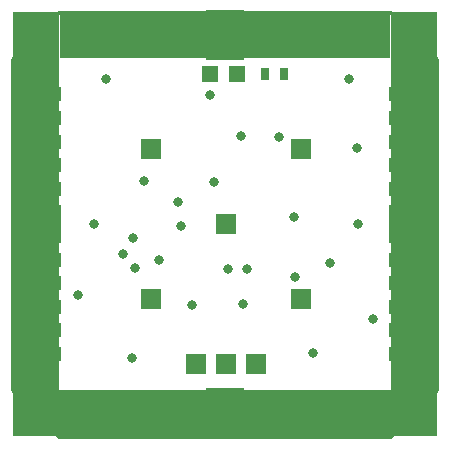
<source format=gts>
%FSLAX24Y24*%
%MOIN*%
G70*
G01*
G75*
G04 Layer_Color=8388736*
%ADD10R,0.0450X0.0450*%
%ADD11R,0.0236X0.0315*%
%ADD12C,0.0100*%
%ADD13C,0.0200*%
%ADD14R,0.0591X0.0591*%
%ADD15R,0.1181X0.1575*%
%ADD16R,0.1575X0.0394*%
%ADD17R,0.1181X0.0394*%
%ADD18R,0.1575X0.1181*%
%ADD19R,0.0625X0.0625*%
%ADD20C,0.0250*%
%ADD21R,0.0159X0.0280*%
%ADD22R,0.0315X0.0236*%
%ADD23R,0.0315X0.0197*%
%ADD24R,0.0310X0.0350*%
%ADD25C,0.0060*%
%ADD26R,1.1024X0.1575*%
%ADD27R,0.1575X1.2598*%
%ADD28R,1.4173X0.1575*%
%ADD29R,0.1575X1.2598*%
%ADD30R,0.0530X0.0530*%
%ADD31R,0.0316X0.0395*%
%ADD32R,0.0671X0.0671*%
%ADD33R,0.1261X0.1655*%
%ADD34R,0.1655X0.0474*%
%ADD35R,0.1261X0.0474*%
%ADD36R,0.1655X0.1261*%
%ADD37R,0.0080X0.0080*%
%ADD38R,0.0705X0.0705*%
%ADD39C,0.0330*%
D12*
X25013Y36661D02*
X26587Y38236D01*
X25013Y25637D02*
Y36661D01*
Y25637D02*
X26587Y24063D01*
X37611D01*
X39186Y25637D01*
Y36661D01*
X37611Y38236D02*
X39186Y36661D01*
X26587Y38236D02*
X37611D01*
D26*
X32099Y37448D02*
D03*
D27*
X38398Y31937D02*
D03*
D28*
X32099Y24850D02*
D03*
D29*
X25800Y31937D02*
D03*
D30*
X31600Y36150D02*
D03*
X32500D02*
D03*
D31*
X33435D02*
D03*
X34065D02*
D03*
D32*
X32150Y31150D02*
D03*
X34650Y28650D02*
D03*
X29650D02*
D03*
Y33650D02*
D03*
X34650D02*
D03*
D33*
X32099Y37448D02*
D03*
Y24850D02*
D03*
D34*
X38398Y35480D02*
D03*
Y26819D02*
D03*
X25800Y26818D02*
D03*
Y35480D02*
D03*
D35*
X38202Y34693D02*
D03*
Y33905D02*
D03*
Y33118D02*
D03*
Y32330D02*
D03*
Y29968D02*
D03*
Y29181D02*
D03*
Y28393D02*
D03*
Y27606D02*
D03*
X25997D02*
D03*
Y28393D02*
D03*
Y29181D02*
D03*
Y29968D02*
D03*
Y32330D02*
D03*
Y33118D02*
D03*
Y33905D02*
D03*
Y34693D02*
D03*
D36*
X38398Y31149D02*
D03*
X25800D02*
D03*
D37*
X25997Y37448D02*
D03*
Y24850D02*
D03*
X38595D02*
D03*
X38586Y37448D02*
D03*
D38*
X31150Y26500D02*
D03*
X32150D02*
D03*
X33150D02*
D03*
D39*
X29050Y30700D02*
D03*
X30550Y31900D02*
D03*
X31750Y32550D02*
D03*
X29100Y29700D02*
D03*
X28700Y30150D02*
D03*
X31600Y35450D02*
D03*
X31000Y28450D02*
D03*
X32200Y29650D02*
D03*
X33900Y34050D02*
D03*
X29400Y32600D02*
D03*
X27750Y31150D02*
D03*
X29900Y29950D02*
D03*
X36550Y31150D02*
D03*
X34400Y31400D02*
D03*
X35600Y29850D02*
D03*
X34450Y29400D02*
D03*
X32700Y28500D02*
D03*
X36500Y33700D02*
D03*
X36250Y36000D02*
D03*
X28150D02*
D03*
X32650Y34100D02*
D03*
X35050Y26850D02*
D03*
X29000Y26700D02*
D03*
X32850Y29650D02*
D03*
X30650Y31100D02*
D03*
X37050Y28000D02*
D03*
X27200Y28800D02*
D03*
M02*

</source>
